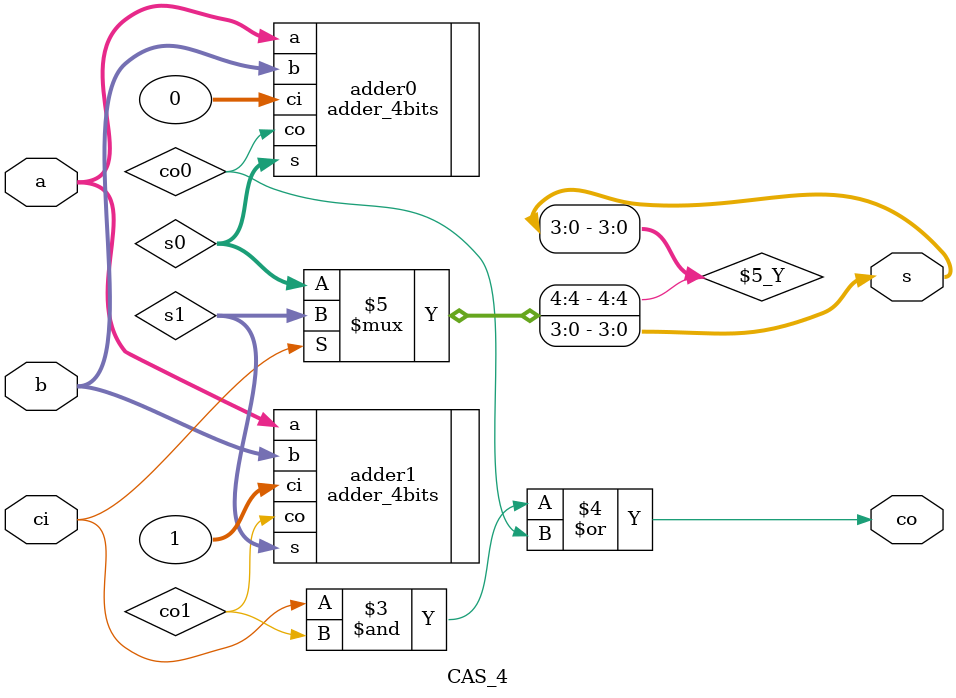
<source format=v>
module adder_32bits (
    input [31:0] a , b,
    input ci,
    output [31:0] s,
    output co
);
    wire c0 , c1 , c2 , c3 , c4 , c5 , c6;
    adder_4bits adder1(.a(a[3:0]) , .b(b[3:0]) , .ci(ci) , .s(s[3:0]) , .co(c0));
    CAS_4 block1(.a(a[7:4]) , .b(b[7:4]) , .ci(c0) , .s(s[7:4]) , .co(c1));
    CAS_4 block2(.a(a[11:8]) , .b(b[11:8]) , .ci(c1) , .s(s[11:8]) , .co(c2));
    CAS_4 block3(.a(a[15:12]) , .b(b[15:12]) , .ci(c2) , .s(s[15:12]) , .co(c3));
    CAS_4 block4(.a(a[19:16]) , .b(b[19:16]) , .ci(c3) , .s(s[19:16]) , .co(c4));
    CAS_4 block5(.a(a[23:20]) , .b(b[23:20]) , .ci(c4) , .s(s[23:20]) , .co(c5));
    CAS_4 block6(.a(a[27:24]) , .b(b[27:24]) , .ci(c5) , .s(s[27:24]) , .co(c6));
    CAS_4 block7(.a(a[31:28]) , .b(b[31:28]) , .ci(c6) , .s(s[31:28]) , .co(co));
    
endmodule

module CAS_4 (
    input [3:0] a , b,
    input ci,
    output [3:0] s,
    output co
);
    wire co0 , co1;
    wire [4:0] s0 , s1;
    adder_4bits adder0(.a(a) , .b(b) , .ci(0) , .s(s0) , .co(co0));
    adder_4bits adder1(.a(a) , .b(b) , .ci(1) , .s(s1) , .co(co1));

    assign co = (ci&co1)|co0;
    assign s = ci?s1:s0;

endmodule
</source>
